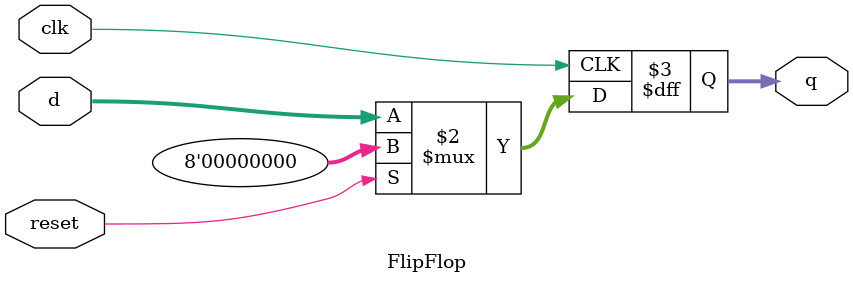
<source format=v>
`timescale 1ns / 1ps

module FlipFlop(clk, reset, d, q);

    // Define input and output signals
    input clk;
    input reset;
    
    input       [7:0] d;
    output reg  [7:0] q;
    
    // Define the D FlipFlop modules' behavior
    
    always @ (posedge clk)
        begin
        
        q <= reset ? 8'b0 : d;
        
        end

endmodule // FlipFlop










</source>
